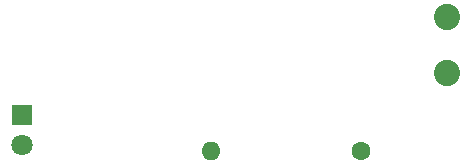
<source format=gbr>
%TF.GenerationSoftware,KiCad,Pcbnew,7.0.9*%
%TF.CreationDate,2023-11-27T16:58:42+01:00*%
%TF.ProjectId,01-getting-started,30312d67-6574-4746-996e-672d73746172,0*%
%TF.SameCoordinates,Original*%
%TF.FileFunction,Copper,L1,Top*%
%TF.FilePolarity,Positive*%
%FSLAX46Y46*%
G04 Gerber Fmt 4.6, Leading zero omitted, Abs format (unit mm)*
G04 Created by KiCad (PCBNEW 7.0.9) date 2023-11-27 16:58:42*
%MOMM*%
%LPD*%
G01*
G04 APERTURE LIST*
%TA.AperFunction,ComponentPad*%
%ADD10C,2.220000*%
%TD*%
%TA.AperFunction,ComponentPad*%
%ADD11R,1.800000X1.800000*%
%TD*%
%TA.AperFunction,ComponentPad*%
%ADD12C,1.800000*%
%TD*%
%TA.AperFunction,ComponentPad*%
%ADD13C,1.600000*%
%TD*%
%TA.AperFunction,ComponentPad*%
%ADD14O,1.600000X1.600000*%
%TD*%
G04 APERTURE END LIST*
D10*
%TO.P,SW1,2,A*%
%TO.N,Net-(BT1-+)*%
X167000000Y-101700000D03*
%TO.P,SW1,3,B*%
%TO.N,VCC*%
X167000000Y-106400000D03*
%TD*%
D11*
%TO.P,D1,1,K*%
%TO.N,GND*%
X131000000Y-110000000D03*
D12*
%TO.P,D1,2,A*%
%TO.N,/led*%
X131000000Y-112540000D03*
%TD*%
D13*
%TO.P,R1,1*%
%TO.N,VCC*%
X159700000Y-113000000D03*
D14*
%TO.P,R1,2*%
%TO.N,/led*%
X147000000Y-113000000D03*
%TD*%
M02*

</source>
